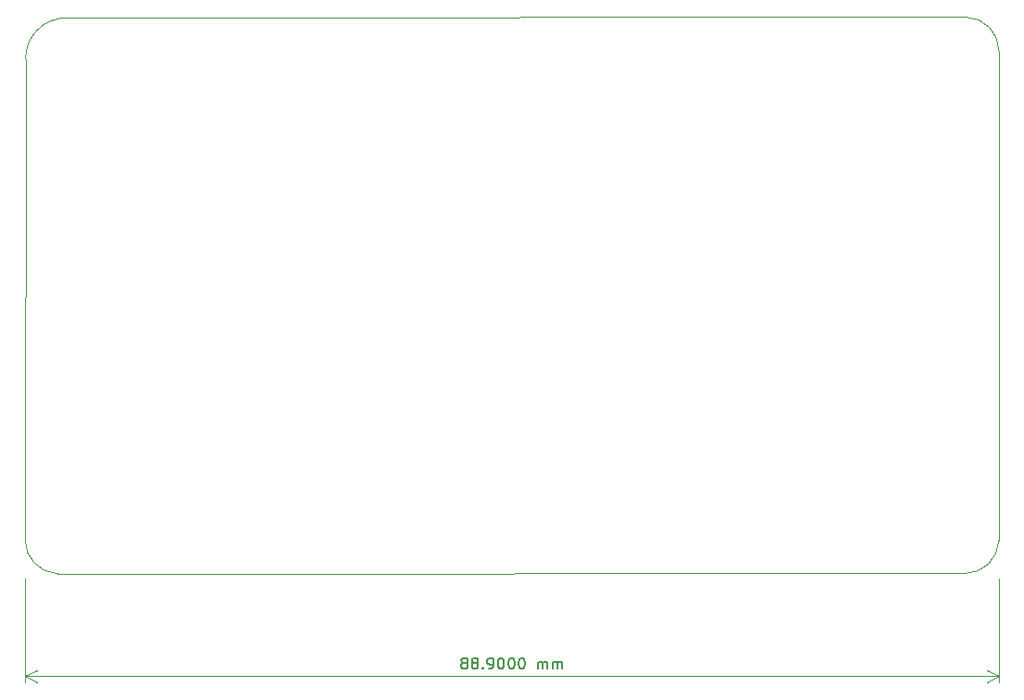
<source format=gbr>
%TF.GenerationSoftware,KiCad,Pcbnew,7.0.2-0*%
%TF.CreationDate,2023-09-28T22:34:41-05:00*%
%TF.ProjectId,spudglo_business_card,73707564-676c-46f5-9f62-7573696e6573,rev?*%
%TF.SameCoordinates,Original*%
%TF.FileFunction,Profile,NP*%
%FSLAX46Y46*%
G04 Gerber Fmt 4.6, Leading zero omitted, Abs format (unit mm)*
G04 Created by KiCad (PCBNEW 7.0.2-0) date 2023-09-28 22:34:41*
%MOMM*%
%LPD*%
G01*
G04 APERTURE LIST*
%TA.AperFunction,Profile*%
%ADD10C,0.100000*%
%TD*%
%ADD11C,0.150000*%
G04 APERTURE END LIST*
D10*
X261200000Y-129301612D02*
G75*
G03*
X264300000Y-126300000I0J3101612D01*
G01*
X175406617Y-126222477D02*
G75*
G03*
X178408242Y-129322472I3101583J-23D01*
G01*
X178408242Y-129322472D02*
X261200000Y-129301612D01*
X179135983Y-78558190D02*
G75*
G03*
X175456938Y-82348521I50617J-3729810D01*
G01*
X175456938Y-82348521D02*
X175406630Y-126222477D01*
X264313384Y-81597526D02*
G75*
G03*
X261311754Y-78497527I-3101584J26D01*
G01*
X261311754Y-78497527D02*
X179135984Y-78558239D01*
X264300000Y-126300000D02*
X264313366Y-81597526D01*
D11*
X215421429Y-137441190D02*
X215326191Y-137393571D01*
X215326191Y-137393571D02*
X215278572Y-137345952D01*
X215278572Y-137345952D02*
X215230953Y-137250714D01*
X215230953Y-137250714D02*
X215230953Y-137203095D01*
X215230953Y-137203095D02*
X215278572Y-137107857D01*
X215278572Y-137107857D02*
X215326191Y-137060238D01*
X215326191Y-137060238D02*
X215421429Y-137012619D01*
X215421429Y-137012619D02*
X215611905Y-137012619D01*
X215611905Y-137012619D02*
X215707143Y-137060238D01*
X215707143Y-137060238D02*
X215754762Y-137107857D01*
X215754762Y-137107857D02*
X215802381Y-137203095D01*
X215802381Y-137203095D02*
X215802381Y-137250714D01*
X215802381Y-137250714D02*
X215754762Y-137345952D01*
X215754762Y-137345952D02*
X215707143Y-137393571D01*
X215707143Y-137393571D02*
X215611905Y-137441190D01*
X215611905Y-137441190D02*
X215421429Y-137441190D01*
X215421429Y-137441190D02*
X215326191Y-137488809D01*
X215326191Y-137488809D02*
X215278572Y-137536428D01*
X215278572Y-137536428D02*
X215230953Y-137631666D01*
X215230953Y-137631666D02*
X215230953Y-137822142D01*
X215230953Y-137822142D02*
X215278572Y-137917380D01*
X215278572Y-137917380D02*
X215326191Y-137965000D01*
X215326191Y-137965000D02*
X215421429Y-138012619D01*
X215421429Y-138012619D02*
X215611905Y-138012619D01*
X215611905Y-138012619D02*
X215707143Y-137965000D01*
X215707143Y-137965000D02*
X215754762Y-137917380D01*
X215754762Y-137917380D02*
X215802381Y-137822142D01*
X215802381Y-137822142D02*
X215802381Y-137631666D01*
X215802381Y-137631666D02*
X215754762Y-137536428D01*
X215754762Y-137536428D02*
X215707143Y-137488809D01*
X215707143Y-137488809D02*
X215611905Y-137441190D01*
X216373810Y-137441190D02*
X216278572Y-137393571D01*
X216278572Y-137393571D02*
X216230953Y-137345952D01*
X216230953Y-137345952D02*
X216183334Y-137250714D01*
X216183334Y-137250714D02*
X216183334Y-137203095D01*
X216183334Y-137203095D02*
X216230953Y-137107857D01*
X216230953Y-137107857D02*
X216278572Y-137060238D01*
X216278572Y-137060238D02*
X216373810Y-137012619D01*
X216373810Y-137012619D02*
X216564286Y-137012619D01*
X216564286Y-137012619D02*
X216659524Y-137060238D01*
X216659524Y-137060238D02*
X216707143Y-137107857D01*
X216707143Y-137107857D02*
X216754762Y-137203095D01*
X216754762Y-137203095D02*
X216754762Y-137250714D01*
X216754762Y-137250714D02*
X216707143Y-137345952D01*
X216707143Y-137345952D02*
X216659524Y-137393571D01*
X216659524Y-137393571D02*
X216564286Y-137441190D01*
X216564286Y-137441190D02*
X216373810Y-137441190D01*
X216373810Y-137441190D02*
X216278572Y-137488809D01*
X216278572Y-137488809D02*
X216230953Y-137536428D01*
X216230953Y-137536428D02*
X216183334Y-137631666D01*
X216183334Y-137631666D02*
X216183334Y-137822142D01*
X216183334Y-137822142D02*
X216230953Y-137917380D01*
X216230953Y-137917380D02*
X216278572Y-137965000D01*
X216278572Y-137965000D02*
X216373810Y-138012619D01*
X216373810Y-138012619D02*
X216564286Y-138012619D01*
X216564286Y-138012619D02*
X216659524Y-137965000D01*
X216659524Y-137965000D02*
X216707143Y-137917380D01*
X216707143Y-137917380D02*
X216754762Y-137822142D01*
X216754762Y-137822142D02*
X216754762Y-137631666D01*
X216754762Y-137631666D02*
X216707143Y-137536428D01*
X216707143Y-137536428D02*
X216659524Y-137488809D01*
X216659524Y-137488809D02*
X216564286Y-137441190D01*
X217183334Y-137917380D02*
X217230953Y-137965000D01*
X217230953Y-137965000D02*
X217183334Y-138012619D01*
X217183334Y-138012619D02*
X217135715Y-137965000D01*
X217135715Y-137965000D02*
X217183334Y-137917380D01*
X217183334Y-137917380D02*
X217183334Y-138012619D01*
X217707143Y-138012619D02*
X217897619Y-138012619D01*
X217897619Y-138012619D02*
X217992857Y-137965000D01*
X217992857Y-137965000D02*
X218040476Y-137917380D01*
X218040476Y-137917380D02*
X218135714Y-137774523D01*
X218135714Y-137774523D02*
X218183333Y-137584047D01*
X218183333Y-137584047D02*
X218183333Y-137203095D01*
X218183333Y-137203095D02*
X218135714Y-137107857D01*
X218135714Y-137107857D02*
X218088095Y-137060238D01*
X218088095Y-137060238D02*
X217992857Y-137012619D01*
X217992857Y-137012619D02*
X217802381Y-137012619D01*
X217802381Y-137012619D02*
X217707143Y-137060238D01*
X217707143Y-137060238D02*
X217659524Y-137107857D01*
X217659524Y-137107857D02*
X217611905Y-137203095D01*
X217611905Y-137203095D02*
X217611905Y-137441190D01*
X217611905Y-137441190D02*
X217659524Y-137536428D01*
X217659524Y-137536428D02*
X217707143Y-137584047D01*
X217707143Y-137584047D02*
X217802381Y-137631666D01*
X217802381Y-137631666D02*
X217992857Y-137631666D01*
X217992857Y-137631666D02*
X218088095Y-137584047D01*
X218088095Y-137584047D02*
X218135714Y-137536428D01*
X218135714Y-137536428D02*
X218183333Y-137441190D01*
X218802381Y-137012619D02*
X218897619Y-137012619D01*
X218897619Y-137012619D02*
X218992857Y-137060238D01*
X218992857Y-137060238D02*
X219040476Y-137107857D01*
X219040476Y-137107857D02*
X219088095Y-137203095D01*
X219088095Y-137203095D02*
X219135714Y-137393571D01*
X219135714Y-137393571D02*
X219135714Y-137631666D01*
X219135714Y-137631666D02*
X219088095Y-137822142D01*
X219088095Y-137822142D02*
X219040476Y-137917380D01*
X219040476Y-137917380D02*
X218992857Y-137965000D01*
X218992857Y-137965000D02*
X218897619Y-138012619D01*
X218897619Y-138012619D02*
X218802381Y-138012619D01*
X218802381Y-138012619D02*
X218707143Y-137965000D01*
X218707143Y-137965000D02*
X218659524Y-137917380D01*
X218659524Y-137917380D02*
X218611905Y-137822142D01*
X218611905Y-137822142D02*
X218564286Y-137631666D01*
X218564286Y-137631666D02*
X218564286Y-137393571D01*
X218564286Y-137393571D02*
X218611905Y-137203095D01*
X218611905Y-137203095D02*
X218659524Y-137107857D01*
X218659524Y-137107857D02*
X218707143Y-137060238D01*
X218707143Y-137060238D02*
X218802381Y-137012619D01*
X219754762Y-137012619D02*
X219850000Y-137012619D01*
X219850000Y-137012619D02*
X219945238Y-137060238D01*
X219945238Y-137060238D02*
X219992857Y-137107857D01*
X219992857Y-137107857D02*
X220040476Y-137203095D01*
X220040476Y-137203095D02*
X220088095Y-137393571D01*
X220088095Y-137393571D02*
X220088095Y-137631666D01*
X220088095Y-137631666D02*
X220040476Y-137822142D01*
X220040476Y-137822142D02*
X219992857Y-137917380D01*
X219992857Y-137917380D02*
X219945238Y-137965000D01*
X219945238Y-137965000D02*
X219850000Y-138012619D01*
X219850000Y-138012619D02*
X219754762Y-138012619D01*
X219754762Y-138012619D02*
X219659524Y-137965000D01*
X219659524Y-137965000D02*
X219611905Y-137917380D01*
X219611905Y-137917380D02*
X219564286Y-137822142D01*
X219564286Y-137822142D02*
X219516667Y-137631666D01*
X219516667Y-137631666D02*
X219516667Y-137393571D01*
X219516667Y-137393571D02*
X219564286Y-137203095D01*
X219564286Y-137203095D02*
X219611905Y-137107857D01*
X219611905Y-137107857D02*
X219659524Y-137060238D01*
X219659524Y-137060238D02*
X219754762Y-137012619D01*
X220707143Y-137012619D02*
X220802381Y-137012619D01*
X220802381Y-137012619D02*
X220897619Y-137060238D01*
X220897619Y-137060238D02*
X220945238Y-137107857D01*
X220945238Y-137107857D02*
X220992857Y-137203095D01*
X220992857Y-137203095D02*
X221040476Y-137393571D01*
X221040476Y-137393571D02*
X221040476Y-137631666D01*
X221040476Y-137631666D02*
X220992857Y-137822142D01*
X220992857Y-137822142D02*
X220945238Y-137917380D01*
X220945238Y-137917380D02*
X220897619Y-137965000D01*
X220897619Y-137965000D02*
X220802381Y-138012619D01*
X220802381Y-138012619D02*
X220707143Y-138012619D01*
X220707143Y-138012619D02*
X220611905Y-137965000D01*
X220611905Y-137965000D02*
X220564286Y-137917380D01*
X220564286Y-137917380D02*
X220516667Y-137822142D01*
X220516667Y-137822142D02*
X220469048Y-137631666D01*
X220469048Y-137631666D02*
X220469048Y-137393571D01*
X220469048Y-137393571D02*
X220516667Y-137203095D01*
X220516667Y-137203095D02*
X220564286Y-137107857D01*
X220564286Y-137107857D02*
X220611905Y-137060238D01*
X220611905Y-137060238D02*
X220707143Y-137012619D01*
X222230953Y-138012619D02*
X222230953Y-137345952D01*
X222230953Y-137441190D02*
X222278572Y-137393571D01*
X222278572Y-137393571D02*
X222373810Y-137345952D01*
X222373810Y-137345952D02*
X222516667Y-137345952D01*
X222516667Y-137345952D02*
X222611905Y-137393571D01*
X222611905Y-137393571D02*
X222659524Y-137488809D01*
X222659524Y-137488809D02*
X222659524Y-138012619D01*
X222659524Y-137488809D02*
X222707143Y-137393571D01*
X222707143Y-137393571D02*
X222802381Y-137345952D01*
X222802381Y-137345952D02*
X222945238Y-137345952D01*
X222945238Y-137345952D02*
X223040477Y-137393571D01*
X223040477Y-137393571D02*
X223088096Y-137488809D01*
X223088096Y-137488809D02*
X223088096Y-138012619D01*
X223564286Y-138012619D02*
X223564286Y-137345952D01*
X223564286Y-137441190D02*
X223611905Y-137393571D01*
X223611905Y-137393571D02*
X223707143Y-137345952D01*
X223707143Y-137345952D02*
X223850000Y-137345952D01*
X223850000Y-137345952D02*
X223945238Y-137393571D01*
X223945238Y-137393571D02*
X223992857Y-137488809D01*
X223992857Y-137488809D02*
X223992857Y-138012619D01*
X223992857Y-137488809D02*
X224040476Y-137393571D01*
X224040476Y-137393571D02*
X224135714Y-137345952D01*
X224135714Y-137345952D02*
X224278571Y-137345952D01*
X224278571Y-137345952D02*
X224373810Y-137393571D01*
X224373810Y-137393571D02*
X224421429Y-137488809D01*
X224421429Y-137488809D02*
X224421429Y-138012619D01*
D10*
X175400000Y-129800000D02*
X175400000Y-139286420D01*
X264300000Y-129800000D02*
X264300000Y-139286420D01*
X175400000Y-138700000D02*
X264300000Y-138700000D01*
X175400000Y-138700000D02*
X264300000Y-138700000D01*
X175400000Y-138700000D02*
X176526504Y-138113579D01*
X175400000Y-138700000D02*
X176526504Y-139286421D01*
X264300000Y-138700000D02*
X263173496Y-139286421D01*
X264300000Y-138700000D02*
X263173496Y-138113579D01*
M02*

</source>
